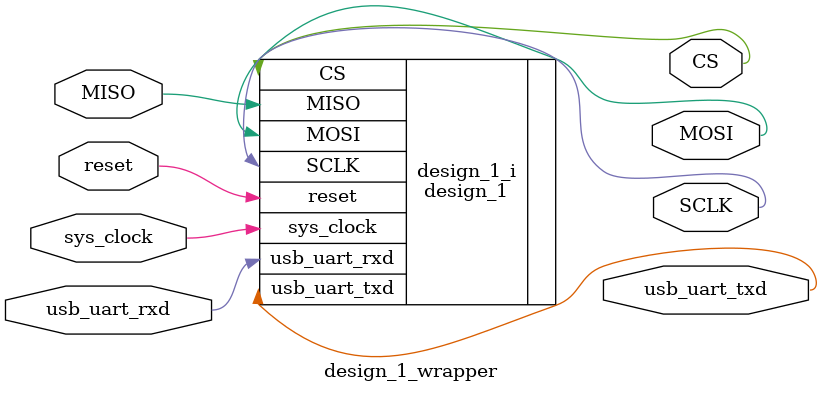
<source format=v>
`timescale 1 ps / 1 ps

module design_1_wrapper
   (CS,
    MISO,
    MOSI,
    SCLK,
    reset,
    sys_clock,
    usb_uart_rxd,
    usb_uart_txd);
  output [0:0]CS;
  input MISO;
  output MOSI;
  output SCLK;
  input reset;
  input sys_clock;
  input usb_uart_rxd;
  output usb_uart_txd;

  wire [0:0]CS;
  wire MISO;
  wire MOSI;
  wire SCLK;
  wire reset;
  wire sys_clock;
  wire usb_uart_rxd;
  wire usb_uart_txd;

  design_1 design_1_i
       (.CS(CS),
        .MISO(MISO),
        .MOSI(MOSI),
        .SCLK(SCLK),
        .reset(reset),
        .sys_clock(sys_clock),
        .usb_uart_rxd(usb_uart_rxd),
        .usb_uart_txd(usb_uart_txd));
endmodule

</source>
